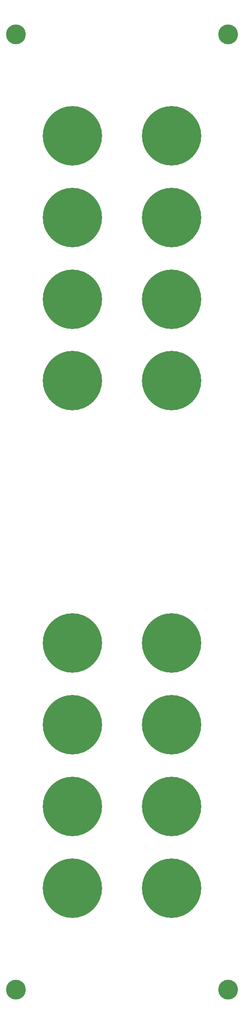
<source format=gts>
G04 #@! TF.GenerationSoftware,KiCad,Pcbnew,8.0.3*
G04 #@! TF.CreationDate,2024-06-29T17:28:01+02:00*
G04 #@! TF.ProjectId,DMH_Buffered_Mult_PANEL,444d485f-4275-4666-9665-7265645f4d75,1*
G04 #@! TF.SameCoordinates,Original*
G04 #@! TF.FileFunction,Soldermask,Top*
G04 #@! TF.FilePolarity,Negative*
%FSLAX46Y46*%
G04 Gerber Fmt 4.6, Leading zero omitted, Abs format (unit mm)*
G04 Created by KiCad (PCBNEW 8.0.3) date 2024-06-29 17:28:01*
%MOMM*%
%LPD*%
G01*
G04 APERTURE LIST*
%ADD10C,0.500000*%
%ADD11C,12.000000*%
%ADD12C,4.000000*%
G04 APERTURE END LIST*
D10*
X104300000Y-206000000D03*
X105960000Y-201970000D03*
X105970000Y-210040000D03*
X110000000Y-200300000D03*
D11*
X110000000Y-206000000D03*
D10*
X110000000Y-211700000D03*
X114030000Y-210040000D03*
X114040000Y-201970000D03*
X115700000Y-206000000D03*
X84300000Y-206000000D03*
X85960000Y-201970000D03*
X85970000Y-210040000D03*
X90000000Y-200300000D03*
D11*
X90000000Y-206000000D03*
D10*
X90000000Y-211700000D03*
X94030000Y-210040000D03*
X94040000Y-201970000D03*
X95700000Y-206000000D03*
D12*
X121500000Y-33500000D03*
D10*
X84300000Y-54000000D03*
X85960000Y-49970000D03*
X85970000Y-58040000D03*
X90000000Y-48300000D03*
D11*
X90000000Y-54000000D03*
D10*
X90000000Y-59700000D03*
X94030000Y-58040000D03*
X94040000Y-49970000D03*
X95700000Y-54000000D03*
X104300000Y-54000000D03*
X105960000Y-49970000D03*
X105970000Y-58040000D03*
X110000000Y-48300000D03*
D11*
X110000000Y-54000000D03*
D10*
X110000000Y-59700000D03*
X114030000Y-58040000D03*
X114040000Y-49970000D03*
X115700000Y-54000000D03*
D12*
X78500000Y-226500000D03*
D10*
X84300000Y-70500000D03*
X85960000Y-66470000D03*
X85970000Y-74540000D03*
X90000000Y-64800000D03*
D11*
X90000000Y-70500000D03*
D10*
X90000000Y-76200000D03*
X94030000Y-74540000D03*
X94040000Y-66470000D03*
X95700000Y-70500000D03*
X104300000Y-156500000D03*
X105960000Y-152470000D03*
X105970000Y-160540000D03*
X110000000Y-150800000D03*
D11*
X110000000Y-156500000D03*
D10*
X110000000Y-162200000D03*
X114030000Y-160540000D03*
X114040000Y-152470000D03*
X115700000Y-156500000D03*
X84300000Y-173000000D03*
X85960000Y-168970000D03*
X85970000Y-177040000D03*
X90000000Y-167300000D03*
D11*
X90000000Y-173000000D03*
D10*
X90000000Y-178700000D03*
X94030000Y-177040000D03*
X94040000Y-168970000D03*
X95700000Y-173000000D03*
X104300000Y-189500000D03*
X105960000Y-185470000D03*
X105970000Y-193540000D03*
X110000000Y-183800000D03*
D11*
X110000000Y-189500000D03*
D10*
X110000000Y-195200000D03*
X114030000Y-193540000D03*
X114040000Y-185470000D03*
X115700000Y-189500000D03*
X84300000Y-103500000D03*
X85960000Y-99470000D03*
X85970000Y-107540000D03*
X90000000Y-97800000D03*
D11*
X90000000Y-103500000D03*
D10*
X90000000Y-109200000D03*
X94030000Y-107540000D03*
X94040000Y-99470000D03*
X95700000Y-103500000D03*
X84300000Y-189500000D03*
X85960000Y-185470000D03*
X85970000Y-193540000D03*
X90000000Y-183800000D03*
D11*
X90000000Y-189500000D03*
D10*
X90000000Y-195200000D03*
X94030000Y-193540000D03*
X94040000Y-185470000D03*
X95700000Y-189500000D03*
X104300000Y-103500000D03*
X105960000Y-99470000D03*
X105970000Y-107540000D03*
X110000000Y-97800000D03*
D11*
X110000000Y-103500000D03*
D10*
X110000000Y-109200000D03*
X114030000Y-107540000D03*
X114040000Y-99470000D03*
X115700000Y-103500000D03*
X104300000Y-173000000D03*
X105960000Y-168970000D03*
X105970000Y-177040000D03*
X110000000Y-167300000D03*
D11*
X110000000Y-173000000D03*
D10*
X110000000Y-178700000D03*
X114030000Y-177040000D03*
X114040000Y-168970000D03*
X115700000Y-173000000D03*
D12*
X121500000Y-226500000D03*
D10*
X84300000Y-156500000D03*
X85960000Y-152470000D03*
X85970000Y-160540000D03*
X90000000Y-150800000D03*
D11*
X90000000Y-156500000D03*
D10*
X90000000Y-162200000D03*
X94030000Y-160540000D03*
X94040000Y-152470000D03*
X95700000Y-156500000D03*
X84300000Y-87000000D03*
X85960000Y-82970000D03*
X85970000Y-91040000D03*
X90000000Y-81300000D03*
D11*
X90000000Y-87000000D03*
D10*
X90000000Y-92700000D03*
X94030000Y-91040000D03*
X94040000Y-82970000D03*
X95700000Y-87000000D03*
X104300000Y-70500000D03*
X105960000Y-66470000D03*
X105970000Y-74540000D03*
X110000000Y-64800000D03*
D11*
X110000000Y-70500000D03*
D10*
X110000000Y-76200000D03*
X114030000Y-74540000D03*
X114040000Y-66470000D03*
X115700000Y-70500000D03*
D12*
X78500000Y-33500000D03*
D10*
X104300000Y-87000000D03*
X105960000Y-82970000D03*
X105970000Y-91040000D03*
X110000000Y-81300000D03*
D11*
X110000000Y-87000000D03*
D10*
X110000000Y-92700000D03*
X114030000Y-91040000D03*
X114040000Y-82970000D03*
X115700000Y-87000000D03*
M02*

</source>
